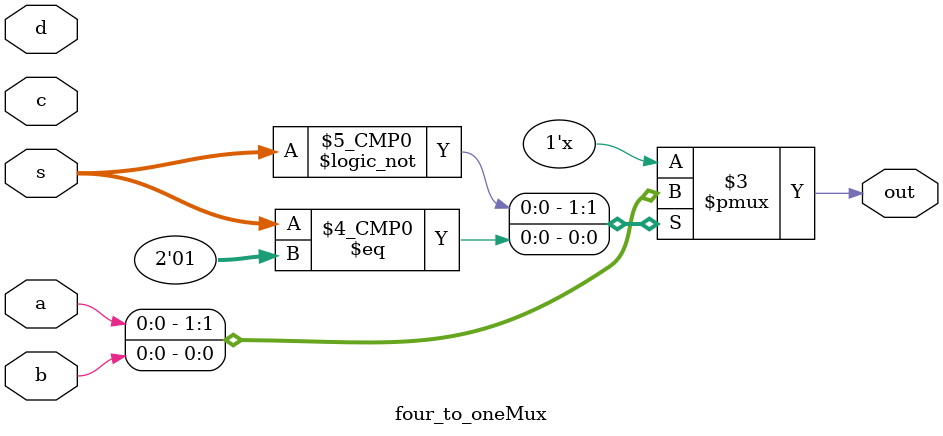
<source format=sv>
`timescale 1ns / 1ps


module four_to_oneMux(
    input logic a,
    input logic b,
    input logic c,
    input logic d,
    input logic [1:0]s,
    output logic out
    );
    
    
    always@(*)begin
        case(s)
            00: out=a;
            01: out=b;
            10: out=c;
            11: out=d;
        endcase
    end
    
endmodule

</source>
